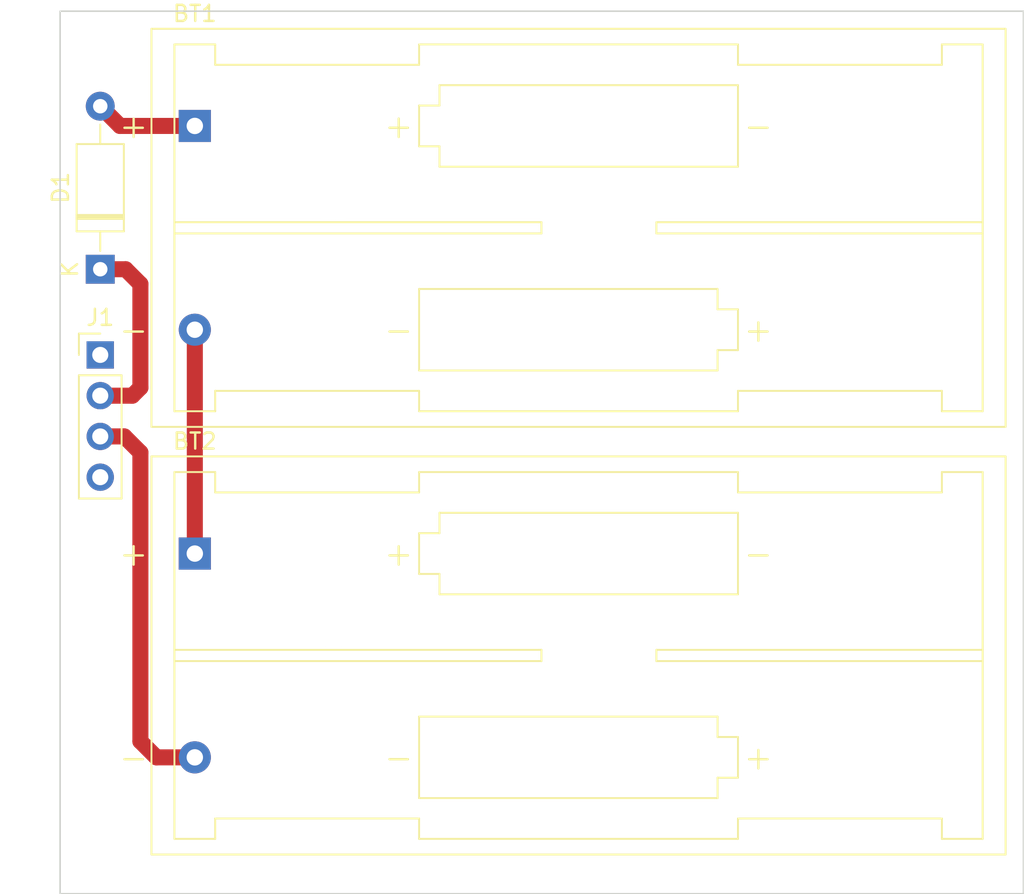
<source format=kicad_pcb>
(kicad_pcb (version 20221018) (generator pcbnew)
  (layers (0 "F.Cu" signal) (31 "B.Cu" signal) (34 "B.Paste" user) (35 "F.Paste" user) (36 "B.SilkS" user "B.Silkscreen") (37 "F.SilkS" user "F.Silkscreen") (38 "B.Mask" user) (39 "F.Mask" user) (44 "Edge.Cuts" user))
  (net 0 "")
  (net 1 "Net-(BT1-+)")
  (net 2 "Net-(BT1--)")
  (net 3 "GND")
  (net 4 "+6V")
  (footprint "Battery:BatteryHolder_Keystone_2468_2xAAA" (layer "F.Cu") (at 67.39 57.15)
    (fp_text reference "BT1" (at 0 -7) (layer "F.SilkS"))
    (fp_text value "Battery")
    (fp_text user "-" (at 35.1 0) (layer "F.SilkS") (effects (font (size 1.5 1.5))))
    (fp_text user "+" (at 35.1 12.7) (layer "F.SilkS") (effects (font (size 1.5 1.5))))
    (fp_text user "+" (at 12.7 0) (layer "F.SilkS") (effects (font (size 1.5 1.5))))
    (fp_text user "-" (at -3.81 12.7) (layer "F.SilkS") (effects (font (size 1.5 1.5))))
    (fp_text user "+" (at -3.81 0) (layer "F.SilkS") (effects (font (size 1.5 1.5))))
    (fp_text user "-" (at 12.7 12.7) (layer "F.SilkS") (effects (font (size 1.5 1.5))))
    (fp_line (start -2.7 -6.05) (end -2.7 18.75) (stroke (width 0.12)) (layer "F.SilkS"))
    (fp_line (start -2.7 18.755) (end 50.5 18.755) (stroke (width 0.12)) (layer "F.SilkS"))
    (fp_line (start -1.27 -5.08) (end -1.27 17.78) (stroke (width 0.12)) (layer "F.SilkS"))
    (fp_line (start -1.27 6) (end 21.59 6) (stroke (width 0.12)) (layer "F.SilkS"))
    (fp_line (start -1.27 17.78) (end 1.27 17.78) (stroke (width 0.12)) (layer "F.SilkS"))
    (fp_line (start 1.27 -5.08) (end -1.27 -5.08) (stroke (width 0.12)) (layer "F.SilkS"))
    (fp_line (start 1.27 -3.81) (end 1.27 -5.08) (stroke (width 0.12)) (layer "F.SilkS"))
    (fp_line (start 1.27 -3.81) (end 13.97 -3.81) (stroke (width 0.12)) (layer "F.SilkS"))
    (fp_line (start 1.27 16.51) (end 13.97 16.51) (stroke (width 0.12)) (layer "F.SilkS"))
    (fp_line (start 1.27 17.78) (end 1.27 16.51) (stroke (width 0.12)) (layer "F.SilkS"))
    (fp_line (start 13.97 -5.08) (end 13.97 -3.81) (stroke (width 0.12)) (layer "F.SilkS"))
    (fp_line (start 13.97 -1.27) (end 15.24 -1.27) (stroke (width 0.12)) (layer "F.SilkS"))
    (fp_line (start 13.97 1.27) (end 13.97 -1.27) (stroke (width 0.12)) (layer "F.SilkS"))
    (fp_line (start 13.97 10.16) (end 32.56 10.16) (stroke (width 0.12)) (layer "F.SilkS"))
    (fp_line (start 13.97 15.24) (end 13.97 10.16) (stroke (width 0.12)) (layer "F.SilkS"))
    (fp_line (start 13.97 16.51) (end 13.97 17.78) (stroke (width 0.12)) (layer "F.SilkS"))
    (fp_line (start 13.97 17.78) (end 33.83 17.78) (stroke (width 0.12)) (layer "F.SilkS"))
    (fp_line (start 15.24 -2.54) (end 33.83 -2.54) (stroke (width 0.12)) (layer "F.SilkS"))
    (fp_line (start 15.24 -1.27) (end 15.24 -2.54) (stroke (width 0.12)) (layer "F.SilkS"))
    (fp_line (start 15.24 1.27) (end 13.97 1.27) (stroke (width 0.12)) (layer "F.SilkS"))
    (fp_line (start 15.24 2.54) (end 15.24 1.27) (stroke (width 0.12)) (layer "F.SilkS"))
    (fp_line (start 21.59 6) (end 21.59 6.7) (stroke (width 0.12)) (layer "F.SilkS"))
    (fp_line (start 21.59 6.7) (end -1.27 6.7) (stroke (width 0.12)) (layer "F.SilkS"))
    (fp_line (start 28.75 6) (end 28.75 6.7) (stroke (width 0.12)) (layer "F.SilkS"))
    (fp_line (start 28.75 6.7) (end 49.07 6.7) (stroke (width 0.12)) (layer "F.SilkS"))
    (fp_line (start 32.56 10.16) (end 32.56 11.43) (stroke (width 0.12)) (layer "F.SilkS"))
    (fp_line (start 32.56 11.43) (end 33.83 11.43) (stroke (width 0.12)) (layer "F.SilkS"))
    (fp_line (start 32.56 13.97) (end 32.56 15.24) (stroke (width 0.12)) (layer "F.SilkS"))
    (fp_line (start 32.56 15.24) (end 13.97 15.24) (stroke (width 0.12)) (layer "F.SilkS"))
    (fp_line (start 33.83 -5.08) (end 13.97 -5.08) (stroke (width 0.12)) (layer "F.SilkS"))
    (fp_line (start 33.83 -3.81) (end 33.83 -5.08) (stroke (width 0.12)) (layer "F.SilkS"))
    (fp_line (start 33.83 -2.54) (end 33.83 2.54) (stroke (width 0.12)) (layer "F.SilkS"))
    (fp_line (start 33.83 2.54) (end 15.24 2.54) (stroke (width 0.12)) (layer "F.SilkS"))
    (fp_line (start 33.83 11.43) (end 33.83 13.97) (stroke (width 0.12)) (layer "F.SilkS"))
    (fp_line (start 33.83 13.97) (end 32.56 13.97) (stroke (width 0.12)) (layer "F.SilkS"))
    (fp_line (start 33.83 17.78) (end 33.83 16.51) (stroke (width 0.12)) (layer "F.SilkS"))
    (fp_line (start 46.53 -5.08) (end 46.53 -3.81) (stroke (width 0.12)) (layer "F.SilkS"))
    (fp_line (start 46.53 -3.81) (end 33.83 -3.81) (stroke (width 0.12)) (layer "F.SilkS"))
    (fp_line (start 46.53 16.51) (end 33.83 16.51) (stroke (width 0.12)) (layer "F.SilkS"))
    (fp_line (start 46.53 17.78) (end 46.53 16.51) (stroke (width 0.12)) (layer "F.SilkS"))
    (fp_line (start 49.07 -5.08) (end 46.53 -5.08) (stroke (width 0.12)) (layer "F.SilkS"))
    (fp_line (start 49.07 -5.08) (end 49.07 17.78) (stroke (width 0.12)) (layer "F.SilkS"))
    (fp_line (start 49.07 6) (end 28.75 6) (stroke (width 0.12)) (layer "F.SilkS"))
    (fp_line (start 49.07 17.78) (end 46.53 17.78) (stroke (width 0.12)) (layer "F.SilkS"))
    (fp_line (start 50.5 -6.055) (end -2.7 -6.055) (stroke (width 0.12)) (layer "F.SilkS"))
    (fp_line (start 50.5 18.75) (end 50.5 -6.05) (stroke (width 0.12)) (layer "F.SilkS"))
    (pad "" np_thru_hole circle (at 8.64 4) (size 3.45 3.45) (drill 3.45) (layers "*.Cu"))
    (pad "" np_thru_hole circle (at 38.61 8.7) (size 3.45 3.45) (drill 3.45) (layers "*.Cu" "*.Mask"))
    (pad "1" thru_hole rect (at 0 0) (size 2 2) (drill 1.02) (layers "*.Cu" "*.Mask") (net 1 "Net-(BT1-+)"))
    (pad "2" thru_hole circle (at 0 12.7) (size 2 2) (drill 1.02) (layers "*.Cu" "*.Mask") (net 2 "Net-(BT1--)"))
  )
  (footprint "Battery:BatteryHolder_Keystone_2468_2xAAA" (layer "F.Cu") (at 67.39 83.8)
    (fp_text reference "BT2" (at 0 -7) (layer "F.SilkS"))
    (fp_text value "Battery")
    (fp_text user "+" (at 35.1 12.7) (layer "F.SilkS") (effects (font (size 1.5 1.5))))
    (fp_text user "-" (at -3.81 12.7) (layer "F.SilkS") (effects (font (size 1.5 1.5))))
    (fp_text user "+" (at 12.7 0) (layer "F.SilkS") (effects (font (size 1.5 1.5))))
    (fp_text user "-" (at 35.1 0) (layer "F.SilkS") (effects (font (size 1.5 1.5))))
    (fp_text user "-" (at 12.7 12.7) (layer "F.SilkS") (effects (font (size 1.5 1.5))))
    (fp_text user "+" (at -3.81 0) (layer "F.SilkS") (effects (font (size 1.5 1.5))))
    (fp_line (start -2.7 -6.05) (end -2.7 18.75) (stroke (width 0.12)) (layer "F.SilkS"))
    (fp_line (start -2.7 18.755) (end 50.5 18.755) (stroke (width 0.12)) (layer "F.SilkS"))
    (fp_line (start -1.27 -5.08) (end -1.27 17.78) (stroke (width 0.12)) (layer "F.SilkS"))
    (fp_line (start -1.27 6) (end 21.59 6) (stroke (width 0.12)) (layer "F.SilkS"))
    (fp_line (start -1.27 17.78) (end 1.27 17.78) (stroke (width 0.12)) (layer "F.SilkS"))
    (fp_line (start 1.27 -5.08) (end -1.27 -5.08) (stroke (width 0.12)) (layer "F.SilkS"))
    (fp_line (start 1.27 -3.81) (end 1.27 -5.08) (stroke (width 0.12)) (layer "F.SilkS"))
    (fp_line (start 1.27 -3.81) (end 13.97 -3.81) (stroke (width 0.12)) (layer "F.SilkS"))
    (fp_line (start 1.27 16.51) (end 13.97 16.51) (stroke (width 0.12)) (layer "F.SilkS"))
    (fp_line (start 1.27 17.78) (end 1.27 16.51) (stroke (width 0.12)) (layer "F.SilkS"))
    (fp_line (start 13.97 -5.08) (end 13.97 -3.81) (stroke (width 0.12)) (layer "F.SilkS"))
    (fp_line (start 13.97 -1.27) (end 15.24 -1.27) (stroke (width 0.12)) (layer "F.SilkS"))
    (fp_line (start 13.97 1.27) (end 13.97 -1.27) (stroke (width 0.12)) (layer "F.SilkS"))
    (fp_line (start 13.97 10.16) (end 32.56 10.16) (stroke (width 0.12)) (layer "F.SilkS"))
    (fp_line (start 13.97 15.24) (end 13.97 10.16) (stroke (width 0.12)) (layer "F.SilkS"))
    (fp_line (start 13.97 16.51) (end 13.97 17.78) (stroke (width 0.12)) (layer "F.SilkS"))
    (fp_line (start 13.97 17.78) (end 33.83 17.78) (stroke (width 0.12)) (layer "F.SilkS"))
    (fp_line (start 15.24 -2.54) (end 33.83 -2.54) (stroke (width 0.12)) (layer "F.SilkS"))
    (fp_line (start 15.24 -1.27) (end 15.24 -2.54) (stroke (width 0.12)) (layer "F.SilkS"))
    (fp_line (start 15.24 1.27) (end 13.97 1.27) (stroke (width 0.12)) (layer "F.SilkS"))
    (fp_line (start 15.24 2.54) (end 15.24 1.27) (stroke (width 0.12)) (layer "F.SilkS"))
    (fp_line (start 21.59 6) (end 21.59 6.7) (stroke (width 0.12)) (layer "F.SilkS"))
    (fp_line (start 21.59 6.7) (end -1.27 6.7) (stroke (width 0.12)) (layer "F.SilkS"))
    (fp_line (start 28.75 6) (end 28.75 6.7) (stroke (width 0.12)) (layer "F.SilkS"))
    (fp_line (start 28.75 6.7) (end 49.07 6.7) (stroke (width 0.12)) (layer "F.SilkS"))
    (fp_line (start 32.56 10.16) (end 32.56 11.43) (stroke (width 0.12)) (layer "F.SilkS"))
    (fp_line (start 32.56 11.43) (end 33.83 11.43) (stroke (width 0.12)) (layer "F.SilkS"))
    (fp_line (start 32.56 13.97) (end 32.56 15.24) (stroke (width 0.12)) (layer "F.SilkS"))
    (fp_line (start 32.56 15.24) (end 13.97 15.24) (stroke (width 0.12)) (layer "F.SilkS"))
    (fp_line (start 33.83 -5.08) (end 13.97 -5.08) (stroke (width 0.12)) (layer "F.SilkS"))
    (fp_line (start 33.83 -3.81) (end 33.83 -5.08) (stroke (width 0.12)) (layer "F.SilkS"))
    (fp_line (start 33.83 -2.54) (end 33.83 2.54) (stroke (width 0.12)) (layer "F.SilkS"))
    (fp_line (start 33.83 2.54) (end 15.24 2.54) (stroke (width 0.12)) (layer "F.SilkS"))
    (fp_line (start 33.83 11.43) (end 33.83 13.97) (stroke (width 0.12)) (layer "F.SilkS"))
    (fp_line (start 33.83 13.97) (end 32.56 13.97) (stroke (width 0.12)) (layer "F.SilkS"))
    (fp_line (start 33.83 17.78) (end 33.83 16.51) (stroke (width 0.12)) (layer "F.SilkS"))
    (fp_line (start 46.53 -5.08) (end 46.53 -3.81) (stroke (width 0.12)) (layer "F.SilkS"))
    (fp_line (start 46.53 -3.81) (end 33.83 -3.81) (stroke (width 0.12)) (layer "F.SilkS"))
    (fp_line (start 46.53 16.51) (end 33.83 16.51) (stroke (width 0.12)) (layer "F.SilkS"))
    (fp_line (start 46.53 17.78) (end 46.53 16.51) (stroke (width 0.12)) (layer "F.SilkS"))
    (fp_line (start 49.07 -5.08) (end 46.53 -5.08) (stroke (width 0.12)) (layer "F.SilkS"))
    (fp_line (start 49.07 -5.08) (end 49.07 17.78) (stroke (width 0.12)) (layer "F.SilkS"))
    (fp_line (start 49.07 6) (end 28.75 6) (stroke (width 0.12)) (layer "F.SilkS"))
    (fp_line (start 49.07 17.78) (end 46.53 17.78) (stroke (width 0.12)) (layer "F.SilkS"))
    (fp_line (start 50.5 -6.055) (end -2.7 -6.055) (stroke (width 0.12)) (layer "F.SilkS"))
    (fp_line (start 50.5 18.75) (end 50.5 -6.05) (stroke (width 0.12)) (layer "F.SilkS"))
    (pad "" np_thru_hole circle (at 8.64 4) (size 3.45 3.45) (drill 3.45) (layers "*.Cu"))
    (pad "" np_thru_hole circle (at 38.61 8.7) (size 3.45 3.45) (drill 3.45) (layers "*.Cu" "*.Mask"))
    (pad "1" thru_hole rect (at 0 0) (size 2 2) (drill 1.02) (layers "*.Cu" "*.Mask") (net 2 "Net-(BT1--)"))
    (pad "2" thru_hole circle (at 0 12.7) (size 2 2) (drill 1.02) (layers "*.Cu" "*.Mask") (net 3 "GND"))
  )
  (footprint "Connector_PinHeader_2.54mm:PinHeader_1x04_P2.54mm_Vertical" (layer "F.Cu") (at 61.5 71.42)
    (fp_text reference "J1" (at 0 -2.33) (layer "F.SilkS"))
    (fp_text value "Conn_01x04_Pin")
    (fp_line (start -1.33 -1.33) (end 0 -1.33) (stroke (width 0.12)) (layer "F.SilkS"))
    (fp_line (start -1.33 0) (end -1.33 -1.33) (stroke (width 0.12)) (layer "F.SilkS"))
    (fp_line (start -1.33 1.27) (end -1.33 8.95) (stroke (width 0.12)) (layer "F.SilkS"))
    (fp_line (start -1.33 1.27) (end 1.33 1.27) (stroke (width 0.12)) (layer "F.SilkS"))
    (fp_line (start -1.33 8.95) (end 1.33 8.95) (stroke (width 0.12)) (layer "F.SilkS"))
    (fp_line (start 1.33 1.27) (end 1.33 8.95) (stroke (width 0.12)) (layer "F.SilkS"))
    (pad "1" thru_hole rect (at 0 0) (size 1.7 1.7) (drill 1) (layers "*.Cu" "*.Mask"))
    (pad "2" thru_hole oval (at 0 2.54) (size 1.7 1.7) (drill 1) (layers "*.Cu" "*.Mask") (net 4 "+6V"))
    (pad "3" thru_hole oval (at 0 5.08) (size 1.7 1.7) (drill 1) (layers "*.Cu" "*.Mask") (net 3 "GND"))
    (pad "4" thru_hole oval (at 0 7.62) (size 1.7 1.7) (drill 1) (layers "*.Cu" "*.Mask"))
  )
  (footprint "Diode_THT:D_A-405_P10.16mm_Horizontal" (layer "F.Cu") (at 61.5 66.08 90)
    (fp_text reference "D1" (at 5.08 -2.47 90) (layer "F.SilkS"))
    (fp_text value "D")
    (fp_text user "K" (at 0 -1.9 90) (layer "F.SilkS"))
    (fp_line (start 1.14 0) (end 2.36 0) (stroke (width 0.12)) (layer "F.SilkS"))
    (fp_line (start 2.36 -1.47) (end 2.36 1.47) (stroke (width 0.12)) (layer "F.SilkS"))
    (fp_line (start 2.36 1.47) (end 7.8 1.47) (stroke (width 0.12)) (layer "F.SilkS"))
    (fp_line (start 3.14 -1.47) (end 3.14 1.47) (stroke (width 0.12)) (layer "F.SilkS"))
    (fp_line (start 3.26 -1.47) (end 3.26 1.47) (stroke (width 0.12)) (layer "F.SilkS"))
    (fp_line (start 3.38 -1.47) (end 3.38 1.47) (stroke (width 0.12)) (layer "F.SilkS"))
    (fp_line (start 7.8 -1.47) (end 2.36 -1.47) (stroke (width 0.12)) (layer "F.SilkS"))
    (fp_line (start 7.8 1.47) (end 7.8 -1.47) (stroke (width 0.12)) (layer "F.SilkS"))
    (fp_line (start 9.02 0) (end 7.8 0) (stroke (width 0.12)) (layer "F.SilkS"))
    (pad "1" thru_hole rect (at 0 0 90) (size 1.8 1.8) (drill 0.9) (layers "*.Cu" "*.Mask") (net 4 "+6V"))
    (pad "2" thru_hole oval (at 10.16 0 90) (size 1.8 1.8) (drill 0.9) (layers "*.Cu" "*.Mask") (net 1 "Net-(BT1-+)"))
  )
  (gr_rect (start 59 50) (end 119 105) (stroke (width 0.1)) (fill none) (layer "Edge.Cuts"))
  (segment (start 67.39 57.15) (end 62.73 57.15) (width 1) (layer "F.Cu") (net 1))
  (segment (start 62.73 57.15) (end 61.5 55.92) (width 1) (layer "F.Cu") (net 1))
  (segment (start 67.39 83.8) (end 67.39 69.85) (width 1) (layer "F.Cu") (net 2))
  (segment (start 63 76.5) (end 64 77.5) (width 1) (layer "F.Cu") (net 3))
  (segment (start 64 95.5) (end 65 96.5) (width 1) (layer "F.Cu") (net 3))
  (segment (start 61.5 76.5) (end 63 76.5) (width 1) (layer "F.Cu") (net 3))
  (segment (start 64 77.5) (end 64 95.5) (width 1) (layer "F.Cu") (net 3))
  (segment (start 65 96.5) (end 67.39 96.5) (width 1) (layer "F.Cu") (net 3))
  (segment (start 63.5 73.96) (end 61.5 73.96) (width 1) (layer "F.Cu") (net 4))
  (segment (start 64 67) (end 64 73.46) (width 1) (layer "F.Cu") (net 4))
  (segment (start 63.08 66.08) (end 64 67) (width 1) (layer "F.Cu") (net 4))
  (segment (start 61.5 66.08) (end 63.08 66.08) (width 1) (layer "F.Cu") (net 4))
  (segment (start 64 73.46) (end 63.5 73.96) (width 1) (layer "F.Cu") (net 4))
)
</source>
